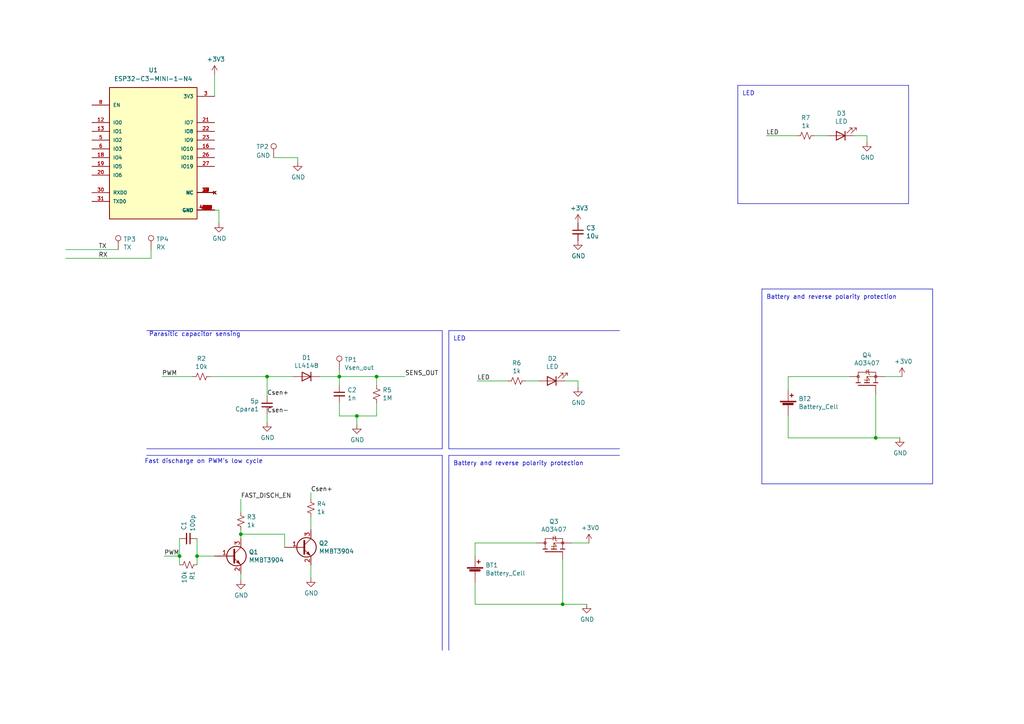
<source format=kicad_sch>
(kicad_sch (version 20230121) (generator eeschema)
  (paper "A4")
  (title_block (date "2024-01-13"))
  (lib_symbols
    (symbol "AO3407A:AO3407A" (pin_numbers hide) (pin_names (offset 1.016) hide)
      (property "Reference" "Q" (at -8.636 5.08 0))
      (property "Value" "AO3407A" (at -8.89 -6.35 0))
      (symbol "AO3407A_0_0"
        (polyline (pts (xy 0 -2.54) (xy 0 2.54)) (stroke (width 0.254)))
        (polyline (pts (xy 0.762 -3.175) (xy 0.762 -2.54)) (stroke (width 0.254)))
        (polyline (pts (xy 0.762 -2.54) (xy 0.762 -1.905)) (stroke (width 0.254)))
        (polyline (pts (xy 0.762 -2.54) (xy 3.81 -2.54)) (stroke (width 0.1524)))
        (polyline (pts (xy 0.762 -0.762) (xy 0.762 0)) (stroke (width 0.254)))
        (polyline (pts (xy 0.762 0) (xy 0.762 0.762)) (stroke (width 0.254)))
        (polyline (pts (xy 0.762 0) (xy 2.54 0)) (stroke (width 0.1524)))
        (polyline (pts (xy 0.762 1.905) (xy 0.762 2.54)) (stroke (width 0.254)))
        (polyline (pts (xy 0.762 2.54) (xy 0.762 3.175)) (stroke (width 0.254)))
        (polyline (pts (xy 2.54 0) (xy 2.54 2.54)) (stroke (width 0.1524)))
        (polyline (pts (xy 2.54 2.54) (xy 0.762 2.54)) (stroke (width 0.1524)))
        (polyline (pts (xy 2.54 2.54) (xy 3.81 2.54)) (stroke (width 0.1524)))
        (polyline (pts (xy 3.048 0.762) (xy 3.302 0.508)) (stroke (width 0.1524)))
        (polyline (pts (xy 3.302 0.508) (xy 3.81 0.508)) (stroke (width 0.1524)))
        (polyline (pts (xy 3.81 -2.54) (xy 3.81 0.508)) (stroke (width 0.1524)))
        (polyline (pts (xy 3.81 0.508) (xy 3.81 2.54)) (stroke (width 0.1524)))
        (polyline (pts (xy 3.81 0.508) (xy 4.318 0.508)) (stroke (width 0.1524)))
        (polyline (pts (xy 4.318 0.508) (xy 4.572 0.254)) (stroke (width 0.1524)))
        (polyline (pts (xy 2.54 0) (xy 1.524 0.762) (xy 1.524 -0.762)) (stroke (width 0.1524)) (fill (type background)))
        (polyline (pts (xy 3.81 0.508) (xy 4.318 -0.254) (xy 3.302 -0.254)) (stroke (width 0.1524)) (fill (type background)))
        (circle (center 2.54 -2.54) (radius 0.3556))
        (circle (center 2.54 2.54) (radius 0.3556))
        (pin passive line (at -2.54 2.54 0) (length 2.54) (name "~") (number "1"))
        (pin passive line (at 2.54 5.08 270) (length 2.54) (name "~") (number "2"))
        (pin passive line (at 2.54 -5.08 90) (length 2.54) (name "~") (number "3"))
      )
    )
    (symbol "Connector:TestPoint" (pin_numbers hide) (pin_names (offset 0.762) hide)
      (property "Reference" "TP" (at 0 6.858 0))
      (property "Value" "TestPoint" (at 0 5.08 0))
      (symbol "TestPoint_0_1"
        (circle (center 0 3.302) (radius 0.762))
      )
      (symbol "TestPoint_1_1"
        (pin passive line (at 0 0 90) (length 2.54) (name "1") (number "1"))
      )
    )
    (symbol "Device:Battery_Cell" (pin_numbers hide) (pin_names (offset 0) hide)
      (property "Reference" "BT" (at 2.54 2.54 0))
      (property "Value" "Battery_Cell" (at 2.54 0 0))
      (symbol "Battery_Cell_0_1"
        (rectangle (start -2.286 1.778) (end 2.286 1.524) (fill (type outline)))
        (rectangle (start -1.5748 1.1938) (end 1.4732 0.6858) (fill (type outline)))
        (polyline (pts (xy 0 0.762) (xy 0 0)))
        (polyline (pts (xy 0 1.778) (xy 0 2.54)))
        (polyline (pts (xy 0.508 3.429) (xy 1.524 3.429)) (stroke (width 0.254)))
        (polyline (pts (xy 1.016 3.937) (xy 1.016 2.921)) (stroke (width 0.254)))
      )
      (symbol "Battery_Cell_1_1"
        (pin passive line (at 0 5.08 270) (length 2.54) (name "+") (number "1"))
        (pin passive line (at 0 -2.54 90) (length 2.54) (name "-") (number "2"))
      )
    )
    (symbol "Device:C_Small" (pin_numbers hide) (pin_names (offset 0.254) hide)
      (property "Reference" "C" (at 0.254 1.778 0))
      (property "Value" "C_Small" (at 0.254 -2.032 0))
      (symbol "C_Small_0_1"
        (polyline (pts (xy -1.524 -0.508) (xy 1.524 -0.508)) (stroke (width 0.3302)))
        (polyline (pts (xy -1.524 0.508) (xy 1.524 0.508)) (stroke (width 0.3048)))
      )
      (symbol "C_Small_1_1"
        (pin passive line (at 0 2.54 270) (length 2.032) (name "~") (number "1"))
        (pin passive line (at 0 -2.54 90) (length 2.032) (name "~") (number "2"))
      )
    )
    (symbol "Device:LED" (pin_numbers hide) (pin_names (offset 1.016) hide)
      (property "Reference" "D" (at 0 2.54 0))
      (property "Value" "LED" (at 0 -2.54 0))
      (symbol "LED_0_1"
        (polyline (pts (xy -1.27 -1.27) (xy -1.27 1.27)) (stroke (width 0.254)))
        (polyline (pts (xy -1.27 0) (xy 1.27 0)))
        (polyline (pts (xy 1.27 -1.27) (xy 1.27 1.27) (xy -1.27 0) (xy 1.27 -1.27)) (stroke (width 0.254)))
        (polyline (pts (xy -3.048 -0.762) (xy -4.572 -2.286) (xy -3.81 -2.286) (xy -4.572 -2.286) (xy -4.572 -1.524)))
        (polyline (pts (xy -1.778 -0.762) (xy -3.302 -2.286) (xy -2.54 -2.286) (xy -3.302 -2.286) (xy -3.302 -1.524)))
      )
      (symbol "LED_1_1"
        (pin passive line (at -3.81 0 0) (length 2.54) (name "K") (number "1"))
        (pin passive line (at 3.81 0 180) (length 2.54) (name "A") (number "2"))
      )
    )
    (symbol "Device:R_Small_US" (pin_numbers hide) (pin_names (offset 0.254) hide)
      (property "Reference" "R" (at 0.762 0.508 0))
      (property "Value" "R_Small_US" (at 0.762 -1.016 0))
      (symbol "R_Small_US_1_1"
        (polyline (pts (xy 0 0) (xy 1.016 -0.381) (xy 0 -0.762) (xy -1.016 -1.143) (xy 0 -1.524)))
        (polyline (pts (xy 0 1.524) (xy 1.016 1.143) (xy 0 0.762) (xy -1.016 0.381) (xy 0 0)))
        (pin passive line (at 0 2.54 270) (length 1.016) (name "~") (number "1"))
        (pin passive line (at 0 -2.54 90) (length 1.016) (name "~") (number "2"))
      )
    )
    (symbol "Diode:LL4148" (pin_numbers hide) (pin_names (offset 1.016) hide)
      (property "Reference" "D" (at 0 2.54 0))
      (property "Value" "LL4148" (at 0 -2.54 0))
      (symbol "LL4148_0_1"
        (polyline (pts (xy -1.27 1.27) (xy -1.27 -1.27)) (stroke (width 0.254)))
        (polyline (pts (xy 1.27 0) (xy -1.27 0)))
        (polyline (pts (xy 1.27 1.27) (xy 1.27 -1.27) (xy -1.27 0) (xy 1.27 1.27)) (stroke (width 0.254)))
      )
      (symbol "LL4148_1_1"
        (pin passive line (at -3.81 0 0) (length 2.54) (name "K") (number "1"))
        (pin passive line (at 3.81 0 180) (length 2.54) (name "A") (number "2"))
      )
    )
    (symbol "Transistor_BJT:MMBT3904" (pin_names (offset 0) hide)
      (property "Reference" "Q" (at 5.08 1.905 0))
      (property "Value" "MMBT3904" (at 5.08 0 0))
      (symbol "MMBT3904_0_1"
        (polyline (pts (xy 0.635 0.635) (xy 2.54 2.54)))
        (polyline (pts (xy 0.635 -0.635) (xy 2.54 -2.54) (xy 2.54 -2.54)))
        (polyline (pts (xy 0.635 1.905) (xy 0.635 -1.905) (xy 0.635 -1.905)) (stroke (width 0.508)))
        (polyline (pts (xy 1.27 -1.778) (xy 1.778 -1.27) (xy 2.286 -2.286) (xy 1.27 -1.778) (xy 1.27 -1.778)) (fill (type outline)))
        (circle (center 1.27 0) (radius 2.8194) (stroke (width 0.254)))
      )
      (symbol "MMBT3904_1_1"
        (pin input line (at -5.08 0 0) (length 5.715) (name "B") (number "1"))
        (pin passive line (at 2.54 -5.08 90) (length 2.54) (name "E") (number "2"))
        (pin passive line (at 2.54 5.08 270) (length 2.54) (name "C") (number "3"))
      )
    )
    (symbol "esp32c3:ESP32-C3-MINI-1-N4" (pin_names (offset 1.016))
      (property "Reference" "U" (at -12.7 18.796 0))
      (property "Value" "ESP32-C3-MINI-1-N4" (at -12.7 -22.86 0))
      (symbol "ESP32-C3-MINI-1-N4_0_0"
        (rectangle (start -12.7 -20.32) (end 12.7 17.78) (stroke (width 0.254)) (fill (type background)))
        (pin power_in line (at 17.78 -17.78 180) (length 5.08) (name "GND") (number "1"))
        (pin no_connect line (at 17.78 -12.7 180) (length 5.08) (name "NC") (number "10"))
        (pin power_in line (at 17.78 -17.78 180) (length 5.08) (name "GND") (number "11"))
        (pin bidirectional line (at -17.78 7.62 0) (length 5.08) (name "IO0") (number "12"))
        (pin bidirectional line (at -17.78 5.08 0) (length 5.08) (name "IO1") (number "13"))
        (pin power_in line (at 17.78 -17.78 180) (length 5.08) (name "GND") (number "14"))
        (pin no_connect line (at 17.78 -12.7 180) (length 5.08) (name "NC") (number "15"))
        (pin bidirectional line (at 17.78 0 180) (length 5.08) (name "IO10") (number "16"))
        (pin no_connect line (at 17.78 -12.7 180) (length 5.08) (name "NC") (number "17"))
        (pin bidirectional line (at -17.78 -2.54 0) (length 5.08) (name "IO4") (number "18"))
        (pin bidirectional line (at -17.78 -5.08 0) (length 5.08) (name "IO5") (number "19"))
        (pin power_in line (at 17.78 -17.78 180) (length 5.08) (name "GND") (number "2"))
        (pin bidirectional line (at -17.78 -7.62 0) (length 5.08) (name "IO6") (number "20"))
        (pin bidirectional line (at 17.78 7.62 180) (length 5.08) (name "IO7") (number "21"))
        (pin bidirectional line (at 17.78 5.08 180) (length 5.08) (name "IO8") (number "22"))
        (pin bidirectional line (at 17.78 2.54 180) (length 5.08) (name "IO9") (number "23"))
        (pin no_connect line (at 17.78 -12.7 180) (length 5.08) (name "NC") (number "24"))
        (pin no_connect line (at 17.78 -12.7 180) (length 5.08) (name "NC") (number "25"))
        (pin bidirectional line (at 17.78 -2.54 180) (length 5.08) (name "IO18") (number "26"))
        (pin bidirectional line (at 17.78 -5.08 180) (length 5.08) (name "IO19") (number "27"))
        (pin no_connect line (at 17.78 -12.7 180) (length 5.08) (name "NC") (number "28"))
        (pin no_connect line (at 17.78 -12.7 180) (length 5.08) (name "NC") (number "29"))
        (pin power_in line (at 17.78 15.24 180) (length 5.08) (name "3V3") (number "3"))
        (pin bidirectional line (at -17.78 -12.7 0) (length 5.08) (name "RXD0") (number "30"))
        (pin bidirectional line (at -17.78 -15.24 0) (length 5.08) (name "TXD0") (number "31"))
        (pin no_connect line (at 17.78 -12.7 180) (length 5.08) (name "NC") (number "32"))
        (pin no_connect line (at 17.78 -12.7 180) (length 5.08) (name "NC") (number "33"))
        (pin no_connect line (at 17.78 -12.7 180) (length 5.08) (name "NC") (number "34"))
        (pin no_connect line (at 17.78 -12.7 180) (length 5.08) (name "NC") (number "35"))
        (pin power_in line (at 17.78 -17.78 180) (length 5.08) (name "GND") (number "36"))
        (pin power_in line (at 17.78 -17.78 180) (length 5.08) (name "GND") (number "37"))
        (pin power_in line (at 17.78 -17.78 180) (length 5.08) (name "GND") (number "38"))
        (pin power_in line (at 17.78 -17.78 180) (length 5.08) (name "GND") (number "39"))
        (pin no_connect line (at 17.78 -12.7 180) (length 5.08) (name "NC") (number "4"))
        (pin power_in line (at 17.78 -17.78 180) (length 5.08) (name "GND") (number "40"))
        (pin power_in line (at 17.78 -17.78 180) (length 5.08) (name "GND") (number "41"))
        (pin power_in line (at 17.78 -17.78 180) (length 5.08) (name "GND") (number "42"))
        (pin power_in line (at 17.78 -17.78 180) (length 5.08) (name "GND") (number "43"))
        (pin power_in line (at 17.78 -17.78 180) (length 5.08) (name "GND") (number "44"))
        (pin power_in line (at 17.78 -17.78 180) (length 5.08) (name "GND") (number "45"))
        (pin power_in line (at 17.78 -17.78 180) (length 5.08) (name "GND") (number "46"))
        (pin power_in line (at 17.78 -17.78 180) (length 5.08) (name "GND") (number "47"))
        (pin power_in line (at 17.78 -17.78 180) (length 5.08) (name "GND") (number "48"))
        (pin power_in line (at 17.78 -17.78 180) (length 5.08) (name "GND") (number "49_1"))
        (pin power_in line (at 17.78 -17.78 180) (length 5.08) (name "GND") (number "49_2"))
        (pin power_in line (at 17.78 -17.78 180) (length 5.08) (name "GND") (number "49_3"))
        (pin power_in line (at 17.78 -17.78 180) (length 5.08) (name "GND") (number "49_4"))
        (pin power_in line (at 17.78 -17.78 180) (length 5.08) (name "GND") (number "49_5"))
        (pin power_in line (at 17.78 -17.78 180) (length 5.08) (name "GND") (number "49_6"))
        (pin power_in line (at 17.78 -17.78 180) (length 5.08) (name "GND") (number "49_7"))
        (pin power_in line (at 17.78 -17.78 180) (length 5.08) (name "GND") (number "49_8"))
        (pin power_in line (at 17.78 -17.78 180) (length 5.08) (name "GND") (number "49_9"))
        (pin bidirectional line (at -17.78 2.54 0) (length 5.08) (name "IO2") (number "5"))
        (pin power_in line (at 17.78 -17.78 180) (length 5.08) (name "GND") (number "50"))
        (pin power_in line (at 17.78 -17.78 180) (length 5.08) (name "GND") (number "51"))
        (pin power_in line (at 17.78 -17.78 180) (length 5.08) (name "GND") (number "52"))
        (pin power_in line (at 17.78 -17.78 180) (length 5.08) (name "GND") (number "53"))
        (pin bidirectional line (at -17.78 0 0) (length 5.08) (name "IO3") (number "6"))
        (pin no_connect line (at 17.78 -12.7 180) (length 5.08) (name "NC") (number "7"))
        (pin input line (at -17.78 12.7 0) (length 5.08) (name "EN") (number "8"))
        (pin no_connect line (at 17.78 -12.7 180) (length 5.08) (name "NC") (number "9"))
      )
    )
    (symbol "power:+3.3V" (power) (pin_names (offset 0))
      (property "Value" "+3.3V" (at 0 3.556 0))
      (symbol "+3.3V_0_1"
        (polyline (pts (xy -0.762 1.27) (xy 0 2.54)))
        (polyline (pts (xy 0 0) (xy 0 2.54)))
        (polyline (pts (xy 0 2.54) (xy 0.762 1.27)))
      )
      (symbol "+3.3V_1_1"
        (pin power_in line (at 0 0 90) (length 0) hide (name "+3V3") (number "1"))
      )
    )
    (symbol "power:+3V0" (power) (pin_names (offset 0))
      (property "Value" "+3V0" (at 0 3.556 0))
      (symbol "+3V0_0_1"
        (polyline (pts (xy -0.762 1.27) (xy 0 2.54)))
        (polyline (pts (xy 0 0) (xy 0 2.54)))
        (polyline (pts (xy 0 2.54) (xy 0.762 1.27)))
      )
      (symbol "+3V0_1_1"
        (pin power_in line (at 0 0 90) (length 0) hide (name "+3V0") (number "1"))
      )
    )
    (symbol "power:GND" (power) (pin_names (offset 0))
      (property "Value" "GND" (at 0 -3.81 0))
      (symbol "GND_0_1"
        (polyline (pts (xy 0 0) (xy 0 -1.27) (xy 1.27 -1.27) (xy 0 -2.54) (xy -1.27 -1.27) (xy 0 -1.27)))
      )
      (symbol "GND_1_1"
        (pin power_in line (at 0 0 270) (length 0) hide (name "GND") (number "1"))
      )
    )
  )
  (junction (at 98.425 109.22))
  (junction (at 52.07 161.29))
  (junction (at 69.85 154.94))
  (junction (at 57.15 161.29))
  (junction (at 77.47 109.22))
  (junction (at 109.22 109.22))
  (junction (at 103.505 120.65))
  (junction (at 163.195 175.26))
  (junction (at 254 127))
  (polyline (pts (xy 42.545 130.175) (xy 128.27 130.175)))
  (polyline (pts (xy 42.545 132.08) (xy 128.27 132.08)))
  (wire (pts (xy 103.505 120.65) (xy 103.505 123.19)))
  (wire (pts (xy 109.22 120.65) (xy 103.505 120.65)))
  (polyline (pts (xy 130.175 95.885) (xy 130.175 130.175)))
  (wire (pts (xy 77.47 109.22) (xy 85.09 109.22)))
  (polyline (pts (xy 179.705 132.08) (xy 130.175 132.08)))
  (wire (pts (xy 98.425 116.84) (xy 98.425 120.65)))
  (wire (pts (xy 62.23 21.59) (xy 62.23 27.94)))
  (wire (pts (xy 86.36 45.72) (xy 86.36 46.99)))
  (wire (pts (xy 90.17 142.875) (xy 90.17 144.78)))
  (wire (pts (xy 57.15 163.83) (xy 57.15 161.29)))
  (wire (pts (xy 52.07 156.21) (xy 52.07 161.29)))
  (wire (pts (xy 19.05 72.39) (xy 34.29 72.39)))
  (wire (pts (xy 222.25 39.37) (xy 231.14 39.37)))
  (wire (pts (xy 228.6 109.22) (xy 246.38 109.22)))
  (polyline (pts (xy 130.175 132.08) (xy 130.175 188.595)))
  (wire (pts (xy 69.85 166.37) (xy 69.85 168.275)))
  (wire (pts (xy 109.22 109.22) (xy 109.22 111.76)))
  (wire (pts (xy 46.99 109.22) (xy 55.88 109.22)))
  (wire (pts (xy 90.17 163.83) (xy 90.17 167.64)))
  (wire (pts (xy 109.22 109.22) (xy 117.475 109.22)))
  (wire (pts (xy 77.47 109.22) (xy 77.47 114.935)))
  (wire (pts (xy 163.195 175.26) (xy 163.195 162.56)))
  (wire (pts (xy 137.795 157.48) (xy 155.575 157.48)))
  (wire (pts (xy 137.795 168.91) (xy 137.795 175.26)))
  (wire (pts (xy 52.07 161.29) (xy 47.625 161.29)))
  (wire (pts (xy 69.85 154.94) (xy 82.55 154.94)))
  (wire (pts (xy 137.795 175.26) (xy 163.195 175.26)))
  (polyline (pts (xy 179.705 95.885) (xy 130.175 95.885)))
  (wire (pts (xy 82.55 154.94) (xy 82.55 158.75)))
  (wire (pts (xy 69.85 153.67) (xy 69.85 154.94)))
  (wire (pts (xy 254 127) (xy 260.985 127)))
  (wire (pts (xy 79.375 45.72) (xy 86.36 45.72)))
  (wire (pts (xy 90.17 153.67) (xy 90.17 149.86)))
  (wire (pts (xy 63.5 64.77) (xy 63.5 60.96)))
  (wire (pts (xy 19.05 74.93) (xy 43.815 74.93)))
  (wire (pts (xy 98.425 107.315) (xy 98.425 109.22)))
  (wire (pts (xy 163.83 110.49) (xy 167.64 110.49)))
  (polyline (pts (xy 42.545 95.885) (xy 128.27 95.885)))
  (wire (pts (xy 103.505 120.65) (xy 98.425 120.65)))
  (wire (pts (xy 167.64 110.49) (xy 167.64 112.395)))
  (polyline (pts (xy 213.995 24.765) (xy 213.995 59.055)))
  (polyline (pts (xy 128.27 95.885) (xy 128.27 130.175)))
  (polyline (pts (xy 220.98 83.82) (xy 220.98 140.335)))
  (wire (pts (xy 254 127) (xy 254 114.3)))
  (wire (pts (xy 163.195 175.26) (xy 170.18 175.26)))
  (wire (pts (xy 62.23 60.96) (xy 63.5 60.96)))
  (wire (pts (xy 69.85 154.94) (xy 69.85 156.21)))
  (wire (pts (xy 228.6 113.03) (xy 228.6 109.22)))
  (polyline (pts (xy 270.51 83.82) (xy 220.98 83.82)))
  (polyline (pts (xy 130.175 130.175) (xy 179.705 130.175)))
  (wire (pts (xy 92.71 109.22) (xy 98.425 109.22)))
  (wire (pts (xy 109.22 120.65) (xy 109.22 116.84)))
  (polyline (pts (xy 263.525 24.765) (xy 213.995 24.765)))
  (polyline (pts (xy 270.51 140.335) (xy 270.51 83.82)))
  (wire (pts (xy 60.96 109.22) (xy 77.47 109.22)))
  (wire (pts (xy 98.425 109.22) (xy 109.22 109.22)))
  (wire (pts (xy 69.85 144.78) (xy 69.85 148.59)))
  (wire (pts (xy 98.425 111.76) (xy 98.425 109.22)))
  (wire (pts (xy 57.15 156.21) (xy 57.15 161.29)))
  (wire (pts (xy 43.815 74.93) (xy 43.815 72.39)))
  (wire (pts (xy 77.47 120.015) (xy 77.47 122.555)))
  (wire (pts (xy 52.07 161.29) (xy 52.07 163.83)))
  (wire (pts (xy 165.735 157.48) (xy 170.815 157.48)))
  (wire (pts (xy 137.795 161.29) (xy 137.795 157.48)))
  (wire (pts (xy 247.65 39.37) (xy 251.46 39.37)))
  (wire (pts (xy 251.46 39.37) (xy 251.46 41.275)))
  (wire (pts (xy 236.22 39.37) (xy 240.03 39.37)))
  (wire (pts (xy 228.6 127) (xy 254 127)))
  (polyline (pts (xy 220.98 140.335) (xy 270.51 140.335)))
  (wire (pts (xy 228.6 120.65) (xy 228.6 127)))
  (wire (pts (xy 62.23 161.29) (xy 57.15 161.29)))
  (polyline (pts (xy 128.27 132.08) (xy 128.27 188.595)))
  (wire (pts (xy 138.43 110.49) (xy 147.32 110.49)))
  (wire (pts (xy 256.54 109.22) (xy 261.62 109.22)))
  (wire (pts (xy 152.4 110.49) (xy 156.21 110.49)))
  (polyline (pts (xy 263.525 59.055) (xy 263.525 24.765)))
  (polyline (pts (xy 213.995 59.055) (xy 263.525 59.055)))
  (text "Battery and reverse polarity protection" (at 131.445 135.255 0) (effects (font (size 1.27 1.27)) (justify left bottom)))
  (text "LED" (at 131.445 99.06 0) (effects (font (size 1.27 1.27)) (justify left bottom)))
  (text "Fast discharge on PWM’s low cycle" (at 41.91 134.62 0) (effects (font (size 1.27 1.27)) (justify left bottom)))
  (text "Battery and reverse polarity protection" (at 222.25 86.995 0) (effects (font (size 1.27 1.27)) (justify left bottom)))
  (text "Parasitic capacitor sensing" (at 43.18 97.79 0) (effects (font (size 1.27 1.27)) (justify left bottom)))
  (text "LED" (at 215.265 27.94 0) (effects (font (size 1.27 1.27)) (justify left bottom)))
  (label "TX" (at 28.575 72.39 0))
  (label "LED" (at 222.25 39.37 0))
  (label "SENS_OUT" (at 117.475 109.22 0))
  (label "Csen+" (at 90.17 142.875 0))
  (label "RX" (at 28.575 74.93 0))
  (label "LED" (at 138.43 110.49 0))
  (label "PWM" (at 47.625 161.29 0))
  (label "PWM" (at 46.99 109.22 0))
  (label "Csen+" (at 77.47 114.935 0))
  (label "Csen-" (at 77.47 120.015 0))
  (label "FAST_DISCH_EN" (at 69.85 144.78 0))
  (symbol (lib_id "Device:Battery_Cell") (at 228.6 118.11 0) (unit 1)
    (property "Reference" "BT2" (at 231.5972 115.6716 0) (effects (justify left)))
    (property "Value" "Battery_Cell" (at 231.5972 117.983 0) (effects (justify left)))
    (property "Footprint" "kicad:BatteryHolder_Keystone_3002_1x2032" (effects hide))
  )
  (symbol (lib_id "Connector:TestPoint") (at 98.425 107.315 0) (unit 1)
    (property "Reference" "TP1" (at 99.8982 104.3178 0) (effects (justify left)))
    (property "Value" "Vsen_out" (at 99.8982 106.6292 0) (effects (justify left)))
    (property "Footprint" "TestPoint:TestPoint_Pad_D1.0mm" (effects hide))
  )
  (symbol (lib_id "power:GND") (at 86.36 46.99 0) (unit 1)
    (property "Reference" "#PWR09" (effects hide))
    (property "Value" "GND" (at 86.487 51.3842 0))
  )
  (symbol (lib_id "power:+3.3V") (at 62.23 21.59 0) (unit 1)
    (property "Reference" "#PWR01" (effects hide))
    (property "Value" "+3.3V" (at 62.611 17.1958 0))
  )
  (symbol (lib_id "Device:LED") (at 243.84 39.37 180) (unit 1)
    (property "Reference" "D3" (at 244.0178 32.893 0))
    (property "Value" "LED" (at 244.0178 35.2044 0))
    (property "Footprint" "LED_SMD:LED_0603_1608Metric" (effects hide))
    (property "LCSC" "C2286" (effects hide))
  )
  (symbol (lib_id "Device:Battery_Cell") (at 137.795 166.37 0) (unit 1)
    (property "Reference" "BT1" (at 140.7922 163.9316 0) (effects (justify left)))
    (property "Value" "Battery_Cell" (at 140.7922 166.243 0) (effects (justify left)))
    (property "Footprint" "kicad:BatteryHolder_Keystone_3002_1x2032" (effects hide))
  )
  (symbol (lib_id "Diode:LL4148") (at 88.9 109.22 180) (unit 1)
    (property "Reference" "D1" (at 88.9 103.7336 0))
    (property "Value" "LL4148" (at 88.9 106.045 0))
    (property "Footprint" "Diode_SMD:D_MiniMELF" (effects hide))
    (property "Datasheet" "http://www.vishay.com/docs/85557/ll4148.pdf" (effects hide))
    (property "LCSC" "C9808" (effects hide))
  )
  (symbol (lib_id "power:+3V0") (at 261.62 109.22 0) (unit 1)
    (property "Reference" "#PWR015" (effects hide))
    (property "Value" "+3V0" (at 262.001 104.8258 0))
  )
  (symbol (lib_id "power:GND") (at 69.85 168.275 0) (unit 1)
    (property "Reference" "#PWR02" (effects hide))
    (property "Value" "GND" (at 69.977 172.6692 0))
  )
  (symbol (lib_id "Device:C_Small") (at 98.425 114.3 0) (unit 1)
    (property "Reference" "C2" (at 100.7618 113.1316 0) (effects (justify left)))
    (property "Value" "1n" (at 100.7618 115.443 0) (effects (justify left)))
    (property "Footprint" "Capacitor_SMD:C_0402_1005Metric" (effects hide))
    (property "LCSC" "C1523" (effects hide))
  )
  (symbol (lib_id "AO3407A:AO3407A") (at 160.655 160.02 270) (mirror x) (unit 1)
    (property "Reference" "Q3" (at 160.655 151.257 90))
    (property "Value" "AO3407" (at 160.655 153.5684 90))
    (property "Footprint" "Package_TO_SOT_SMD:SOT-23" (effects hide))
    (property "LCSC" "C181093" (effects hide))
  )
  (symbol (lib_id "Device:R_Small_US") (at 90.17 147.32 0) (unit 1)
    (property "Reference" "R4" (at 91.8972 146.1516 0) (effects (justify left)))
    (property "Value" "1k" (at 91.8972 148.463 0) (effects (justify left)))
    (property "Footprint" "Resistor_SMD:R_0402_1005Metric" (effects hide))
    (property "LCSC" "C11702" (effects hide))
  )
  (symbol (lib_id "power:GND") (at 63.5 64.77 0) (unit 1)
    (property "Reference" "#PWR012" (effects hide))
    (property "Value" "GND" (at 63.627 69.1642 0))
  )
  (symbol (lib_id "power:GND") (at 103.505 123.19 0) (unit 1)
    (property "Reference" "#PWR05" (effects hide))
    (property "Value" "GND" (at 103.632 127.5842 0))
  )
  (symbol (lib_id "power:+3V0") (at 170.815 157.48 0) (unit 1)
    (property "Reference" "#PWR08" (effects hide))
    (property "Value" "+3V0" (at 171.196 153.0858 0))
  )
  (symbol (lib_id "Device:C_Small") (at 167.64 67.31 0) (unit 1)
    (property "Reference" "C3" (at 169.9768 66.1416 0) (effects (justify left)))
    (property "Value" "10u" (at 169.9768 68.453 0) (effects (justify left)))
    (property "Footprint" "Capacitor_SMD:C_0805_2012Metric" (effects hide))
  )
  (symbol (lib_id "power:GND") (at 167.64 112.395 0) (unit 1)
    (property "Reference" "#PWR06" (effects hide))
    (property "Value" "GND" (at 167.767 116.7892 0))
  )
  (symbol (lib_id "Transistor_BJT:MMBT3904") (at 87.63 158.75 0) (unit 1)
    (property "Reference" "Q2" (at 92.4814 157.5816 0) (effects (justify left)))
    (property "Value" "MMBT3904" (at 92.4814 159.893 0) (effects (justify left)))
    (property "Footprint" "Package_TO_SOT_SMD:SOT-23" (effects hide))
    (property "Datasheet" "https://www.fairchildsemi.com/datasheets/2N/2N3904.pdf" (effects hide))
    (property "LCSC" "C20526" (effects hide))
  )
  (symbol (lib_id "Device:R_Small_US") (at 233.68 39.37 90) (unit 1)
    (property "Reference" "R7" (at 233.68 34.163 90))
    (property "Value" "1k" (at 233.68 36.4744 90))
    (property "Footprint" "Resistor_SMD:R_0402_1005Metric" (effects hide))
    (property "LCSC" "C11702" (effects hide))
  )
  (symbol (lib_id "Transistor_BJT:MMBT3904") (at 67.31 161.29 0) (unit 1)
    (property "Reference" "Q1" (at 72.1614 160.1216 0) (effects (justify left)))
    (property "Value" "MMBT3904" (at 72.1614 162.433 0) (effects (justify left)))
    (property "Footprint" "Package_TO_SOT_SMD:SOT-23" (effects hide))
    (property "Datasheet" "https://www.fairchildsemi.com/datasheets/2N/2N3904.pdf" (effects hide))
    (property "LCSC" "C20526" (effects hide))
  )
  (symbol (lib_id "power:GND") (at 167.64 69.85 0) (unit 1)
    (property "Reference" "#PWR011" (effects hide))
    (property "Value" "GND" (at 167.767 74.2442 0))
  )
  (symbol (lib_id "Device:R_Small_US") (at 149.86 110.49 90) (unit 1)
    (property "Reference" "R6" (at 149.86 105.283 90))
    (property "Value" "1k" (at 149.86 107.5944 90))
    (property "Footprint" "Resistor_SMD:R_0402_1005Metric" (effects hide))
    (property "LCSC" "C11702" (effects hide))
  )
  (symbol (lib_id "power:GND") (at 90.17 167.64 0) (unit 1)
    (property "Reference" "#PWR04" (effects hide))
    (property "Value" "GND" (at 90.297 172.0342 0))
  )
  (symbol (lib_id "power:GND") (at 251.46 41.275 0) (unit 1)
    (property "Reference" "#PWR013" (effects hide))
    (property "Value" "GND" (at 251.587 45.6692 0))
  )
  (symbol (lib_id "AO3407A:AO3407A") (at 251.46 111.76 270) (mirror x) (unit 1)
    (property "Reference" "Q4" (at 251.46 102.997 90))
    (property "Value" "AO3407" (at 251.46 105.3084 90))
    (property "Footprint" "Package_TO_SOT_SMD:SOT-23" (effects hide))
    (property "LCSC" "C181093" (effects hide))
  )
  (symbol (lib_id "esp32c3:ESP32-C3-MINI-1-N4") (at 44.45 43.18 0) (unit 1)
    (property "Reference" "U1" (at 44.45 20.32 0))
    (property "Value" "ESP32-C3-MINI-1-N4" (at 44.45 22.86 0))
    (property "Footprint" "ESP32-C3-MINI-1-N4:XCVR_ESP32-C3-MINI-1-N4" (effects hide))
    (property "MF" "Espressif Systems" (effects hide))
    (property "MAXIMUM_PACKAGE_HEIGHT" "2.55mm" (effects hide))
    (property "Package" "SMD-53 Espressif Systems" (effects hide))
    (property "Price" "None" (effects hide))
    (property "Check_prices" "https://www.snapeda.com/parts/ESP32-C3-MINI-1-N4/Espressif+Systems/view-part/?ref=eda" (effects hide))
    (property "STANDARD" "Manufacturer Recommendations" (effects hide))
    (property "PARTREV" "v1.0" (effects hide))
    (property "SnapEDA_Link" "https://www.snapeda.com/parts/ESP32-C3-MINI-1-N4/Espressif+Systems/view-part/?ref=snap" (effects hide))
    (property "MP" "ESP32-C3-MINI-1-N4" (effects hide))
    (property "Purchase-URL" "https://www.snapeda.com/api/url_track_click_mouser/?unipart_id=5656579&manufacturer=Espressif Systems&part_name=ESP32-C3-MINI-1-N4&search_term=esp32-c3-mini-1-n4" (effects hide))
    (property "Description" "\nBluetooth, WiFi 802.11b/g/n, Bluetooth v5.0 Transceiver Module 2.412GHz ~ 2.484GHz PCB Trace Surface Mount\n" (effects hide))
    (property "Availability" "In Stock" (effects hide))
    (property "MANUFACTURER" "Espressif Systems" (effects hide))
  )
  (symbol (lib_id "Connector:TestPoint") (at 79.375 45.72 0) (unit 1)
    (property "Reference" "TP2" (at 74.295 42.545 0) (effects (justify left)))
    (property "Value" "GND" (at 74.295 45.085 0) (effects (justify left)))
    (property "Footprint" "TestPoint:TestPoint_Pad_D1.0mm" (effects hide))
  )
  (symbol (lib_id "power:GND") (at 260.985 127 0) (unit 1)
    (property "Reference" "#PWR014" (effects hide))
    (property "Value" "GND" (at 261.112 131.3942 0))
  )
  (symbol (lib_id "power:GND") (at 77.47 122.555 0) (unit 1)
    (property "Reference" "#PWR03" (effects hide))
    (property "Value" "GND" (at 77.597 126.9492 0))
  )
  (symbol (lib_id "Device:R_Small_US") (at 69.85 151.13 0) (unit 1)
    (property "Reference" "R3" (at 71.5772 149.9616 0) (effects (justify left)))
    (property "Value" "1k" (at 71.5772 152.273 0) (effects (justify left)))
    (property "Footprint" "Resistor_SMD:R_0402_1005Metric" (effects hide))
    (property "LCSC" "C11702" (effects hide))
  )
  (symbol (lib_id "Device:R_Small_US") (at 54.61 163.83 270) (unit 1)
    (property "Reference" "R1" (at 55.7784 165.5572 0) (effects (justify left)))
    (property "Value" "10k" (at 53.467 165.5572 0) (effects (justify left)))
    (property "Footprint" "Resistor_SMD:R_0402_1005Metric" (effects hide))
    (property "LCSC" "C25744" (effects hide))
  )
  (symbol (lib_id "Connector:TestPoint") (at 34.29 72.39 0) (unit 1)
    (property "Reference" "TP3" (at 35.7632 69.3928 0) (effects (justify left)))
    (property "Value" "TX" (at 35.7632 71.7042 0) (effects (justify left)))
    (property "Footprint" "TestPoint:TestPoint_Pad_D1.0mm" (effects hide))
  )
  (symbol (lib_id "Device:C_Small") (at 77.47 117.475 180) (unit 1)
    (property "Reference" "Cpara1" (at 75.1332 118.6434 0) (effects (justify left)))
    (property "Value" "5p" (at 75.1332 116.332 0) (effects (justify left)))
    (property "Footprint" "Capacitor_SMD:C_0805_2012Metric" (effects hide))
  )
  (symbol (lib_id "power:GND") (at 170.18 175.26 0) (unit 1)
    (property "Reference" "#PWR07" (effects hide))
    (property "Value" "GND" (at 170.307 179.6542 0))
  )
  (symbol (lib_id "Device:R_Small_US") (at 58.42 109.22 90) (unit 1)
    (property "Reference" "R2" (at 58.42 104.013 90))
    (property "Value" "10k" (at 58.42 106.3244 90))
    (property "Footprint" "Resistor_SMD:R_0402_1005Metric" (effects hide))
    (property "LCSC" "C25744" (effects hide))
  )
  (symbol (lib_id "power:+3.3V") (at 167.64 64.77 0) (unit 1)
    (property "Reference" "#PWR010" (effects hide))
    (property "Value" "+3.3V" (at 168.021 60.3758 0))
  )
  (symbol (lib_id "Connector:TestPoint") (at 43.815 72.39 0) (unit 1)
    (property "Reference" "TP4" (at 45.2882 69.3928 0) (effects (justify left)))
    (property "Value" "RX" (at 45.2882 71.7042 0) (effects (justify left)))
    (property "Footprint" "TestPoint:TestPoint_Pad_D1.0mm" (effects hide))
  )
  (symbol (lib_id "Device:C_Small") (at 54.61 156.21 270) (unit 1)
    (property "Reference" "C1" (at 53.34 151.13 0) (effects (justify left)))
    (property "Value" "100p" (at 55.88 149.225 0) (effects (justify left)))
    (property "Footprint" "Capacitor_SMD:C_0402_1005Metric" (effects hide))
    (property "LCSC" "C1546" (effects hide))
  )
  (symbol (lib_id "Device:R_Small_US") (at 109.22 114.3 0) (unit 1)
    (property "Reference" "R5" (at 110.9472 113.1316 0) (effects (justify left)))
    (property "Value" "1M" (at 110.9472 115.443 0) (effects (justify left)))
    (property "Footprint" "Resistor_SMD:R_0402_1005Metric" (effects hide))
    (property "LCSC" "C26083" (effects hide))
  )
  (symbol (lib_id "Device:LED") (at 160.02 110.49 180) (unit 1)
    (property "Reference" "D2" (at 160.1978 104.013 0))
    (property "Value" "LED" (at 160.1978 106.3244 0))
    (property "Footprint" "LED_SMD:LED_0603_1608Metric" (effects hide))
    (property "LCSC" "C2286" (effects hide))
  )
)
</source>
